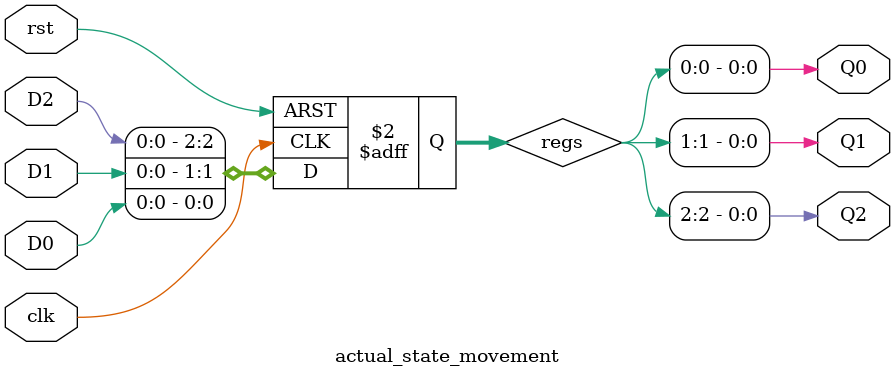
<source format=sv>
/*
Actual State for Movement's FSM
*/
module actual_state_movement(input clk, rst, D2, D1, D0, output Q2, Q1, Q0);

	logic [2:0] regs;

	always_ff @(posedge clk or posedge rst)
		if (rst) regs = 3'b000;
		else
			regs = {D2,D1,D0};

	assign {Q2,Q1,Q0} = regs;

endmodule

</source>
